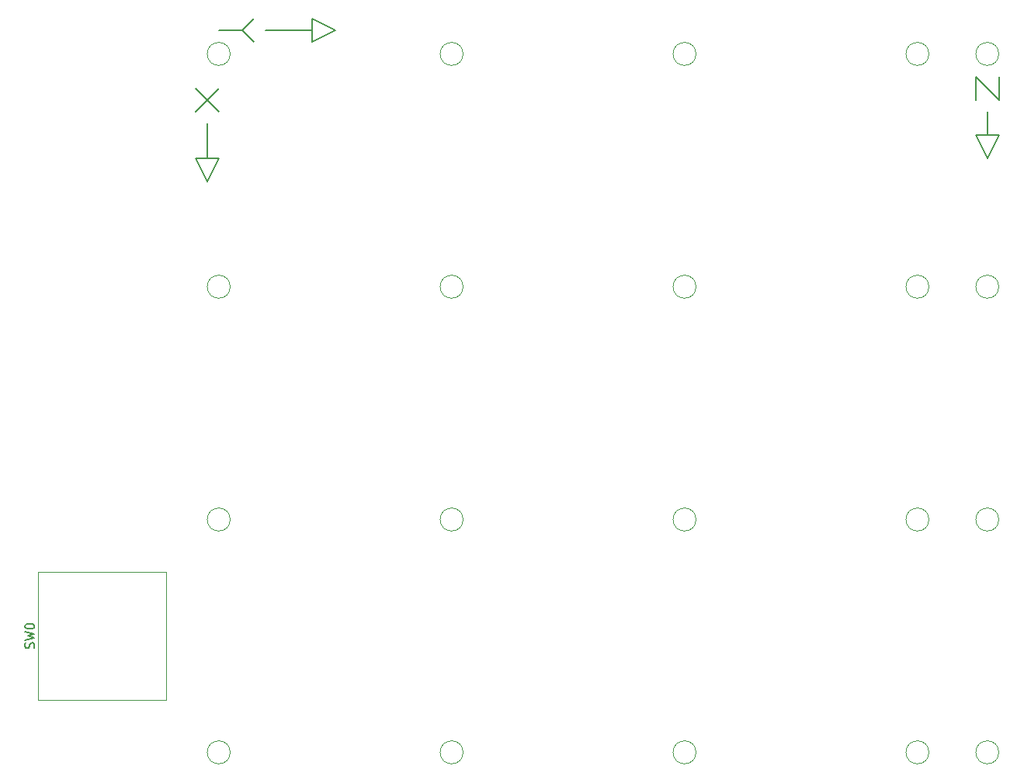
<source format=gbr>
%TF.GenerationSoftware,KiCad,Pcbnew,(6.0.0)*%
%TF.CreationDate,2022-06-21T21:01:45-05:00*%
%TF.ProjectId,Teensey_cube4^3,5465656e-7365-4795-9f63-756265345e33,rev?*%
%TF.SameCoordinates,Original*%
%TF.FileFunction,Legend,Top*%
%TF.FilePolarity,Positive*%
%FSLAX46Y46*%
G04 Gerber Fmt 4.6, Leading zero omitted, Abs format (unit mm)*
G04 Created by KiCad (PCBNEW (6.0.0)) date 2022-06-21 21:01:45*
%MOMM*%
%LPD*%
G01*
G04 APERTURE LIST*
%ADD10C,0.150000*%
%ADD11C,0.120000*%
G04 APERTURE END LIST*
D10*
X114300000Y-60960000D02*
X113030000Y-60960000D01*
X110490000Y-69850000D02*
X113030000Y-67310000D01*
X123190000Y-59690000D02*
X123190000Y-62230000D01*
X111760000Y-77470000D02*
X110490000Y-74930000D01*
X196850000Y-74930000D02*
X198120000Y-72390000D01*
X195580000Y-68580000D02*
X195580000Y-66040000D01*
X196850000Y-69850000D02*
X196850000Y-72390000D01*
X116840000Y-59690000D02*
X115570000Y-60960000D01*
X196850000Y-74930000D02*
X195580000Y-72390000D01*
X196850000Y-72390000D02*
X198120000Y-72390000D01*
X125730000Y-60960000D02*
X123190000Y-62230000D01*
X110490000Y-67310000D02*
X113030000Y-69850000D01*
X110490000Y-74930000D02*
X113030000Y-74930000D01*
X111760000Y-71120000D02*
X111760000Y-74930000D01*
X123190000Y-59690000D02*
X125730000Y-60960000D01*
X111760000Y-77470000D02*
X113030000Y-74930000D01*
X111760000Y-74930000D02*
X110490000Y-74930000D01*
X198120000Y-68580000D02*
X198120000Y-66040000D01*
X118110000Y-60960000D02*
X123190000Y-60960000D01*
X123190000Y-60960000D02*
X123190000Y-59690000D01*
X115570000Y-60960000D02*
X116840000Y-62230000D01*
X195580000Y-66040000D02*
X198120000Y-68580000D01*
X198120000Y-72390000D02*
X195580000Y-72390000D01*
X114300000Y-60960000D02*
X115570000Y-60960000D01*
%TO.C,SW0*%
X92860761Y-128333333D02*
X92908380Y-128190476D01*
X92908380Y-127952380D01*
X92860761Y-127857142D01*
X92813142Y-127809523D01*
X92717904Y-127761904D01*
X92622666Y-127761904D01*
X92527428Y-127809523D01*
X92479809Y-127857142D01*
X92432190Y-127952380D01*
X92384571Y-128142857D01*
X92336952Y-128238095D01*
X92289333Y-128285714D01*
X92194095Y-128333333D01*
X92098857Y-128333333D01*
X92003619Y-128285714D01*
X91956000Y-128238095D01*
X91908380Y-128142857D01*
X91908380Y-127904761D01*
X91956000Y-127761904D01*
X91908380Y-127428571D02*
X92908380Y-127190476D01*
X92194095Y-127000000D01*
X92908380Y-126809523D01*
X91908380Y-126571428D01*
X91908380Y-126000000D02*
X91908380Y-125904761D01*
X91956000Y-125809523D01*
X92003619Y-125761904D01*
X92098857Y-125714285D01*
X92289333Y-125666666D01*
X92527428Y-125666666D01*
X92717904Y-125714285D01*
X92813142Y-125761904D01*
X92860761Y-125809523D01*
X92908380Y-125904761D01*
X92908380Y-126000000D01*
X92860761Y-126095238D01*
X92813142Y-126142857D01*
X92717904Y-126190476D01*
X92527428Y-126238095D01*
X92289333Y-126238095D01*
X92098857Y-126190476D01*
X92003619Y-126142857D01*
X91956000Y-126095238D01*
X91908380Y-126000000D01*
D11*
%TO.C,J6*%
X139681000Y-88900000D02*
G75*
G03*
X139681000Y-88900000I-1251000J0D01*
G01*
%TO.C,J8*%
X190481000Y-88900000D02*
G75*
G03*
X190481000Y-88900000I-1251000J0D01*
G01*
%TO.C,J3*%
X165081000Y-63500000D02*
G75*
G03*
X165081000Y-63500000I-1251000J0D01*
G01*
%TO.C,J19*%
X198101000Y-114300000D02*
G75*
G03*
X198101000Y-114300000I-1251000J0D01*
G01*
%TO.C,J14*%
X139681000Y-139700000D02*
G75*
G03*
X139681000Y-139700000I-1251000J0D01*
G01*
%TO.C,J13*%
X114281000Y-139700000D02*
G75*
G03*
X114281000Y-139700000I-1251000J0D01*
G01*
%TO.C,J20*%
X198101000Y-139700000D02*
G75*
G03*
X198101000Y-139700000I-1251000J0D01*
G01*
%TO.C,J2*%
X139681000Y-63500000D02*
G75*
G03*
X139681000Y-63500000I-1251000J0D01*
G01*
%TO.C,J7*%
X165081000Y-88900000D02*
G75*
G03*
X165081000Y-88900000I-1251000J0D01*
G01*
%TO.C,J12*%
X190481000Y-114300000D02*
G75*
G03*
X190481000Y-114300000I-1251000J0D01*
G01*
%TO.C,J16*%
X190481000Y-139700000D02*
G75*
G03*
X190481000Y-139700000I-1251000J0D01*
G01*
%TO.C,J11*%
X165081000Y-114300000D02*
G75*
G03*
X165081000Y-114300000I-1251000J0D01*
G01*
%TO.C,J15*%
X165081000Y-139700000D02*
G75*
G03*
X165081000Y-139700000I-1251000J0D01*
G01*
%TO.C,J17*%
X198101000Y-63500000D02*
G75*
G03*
X198101000Y-63500000I-1251000J0D01*
G01*
%TO.C,J18*%
X198101000Y-88900000D02*
G75*
G03*
X198101000Y-88900000I-1251000J0D01*
G01*
%TO.C,J1*%
X114281000Y-63500000D02*
G75*
G03*
X114281000Y-63500000I-1251000J0D01*
G01*
%TO.C,J9*%
X114281000Y-114300000D02*
G75*
G03*
X114281000Y-114300000I-1251000J0D01*
G01*
%TO.C,SW0*%
X107315000Y-120015000D02*
X107315000Y-133985000D01*
X93345000Y-133985000D02*
X93345000Y-120015000D01*
X93345000Y-120015000D02*
X107315000Y-120015000D01*
X107315000Y-133985000D02*
X93345000Y-133985000D01*
%TO.C,J10*%
X139681000Y-114300000D02*
G75*
G03*
X139681000Y-114300000I-1251000J0D01*
G01*
%TO.C,J5*%
X114281000Y-88900000D02*
G75*
G03*
X114281000Y-88900000I-1251000J0D01*
G01*
%TO.C,J4*%
X190481000Y-63500000D02*
G75*
G03*
X190481000Y-63500000I-1251000J0D01*
G01*
%TD*%
M02*

</source>
